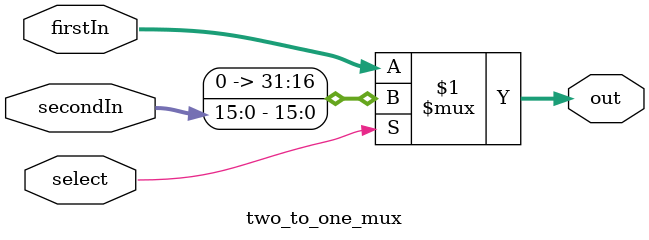
<source format=v>
`timescale 1ns / 1ps


module two_to_one_mux(
    input [31:0] firstIn,
    input [15:0] secondIn,
    input       select,
    output [31:0] out
    );
    
    assign out = (select) ? {16'b0, secondIn} : firstIn;
    
endmodule

</source>
